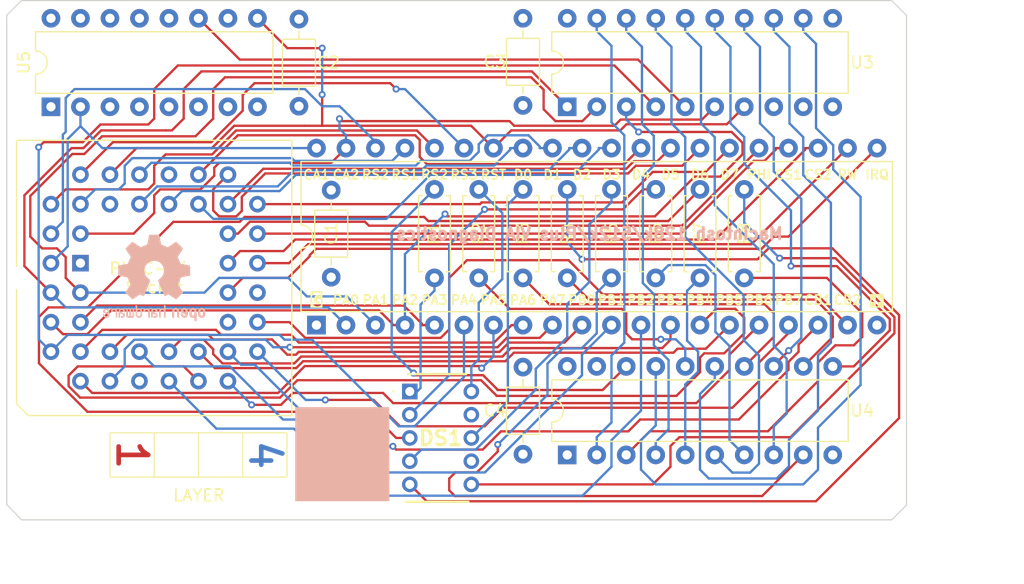
<source format=kicad_pcb>
(kicad_pcb (version 20240108) (generator "pcbnew") (generator_version "8.0")
  (title_block (title "VIA Plus") (date "2025-01-05") (rev "1.2") (company "lostwave") (comment 1 "https://github.com/demik/oldworld") (comment 2 "Macintosh 128k/512k/Plus VIA debug board"))
  (layers (0 "F.Cu" signal) (1 "In1.Cu" power) (2 "In2.Cu" power) (31 "B.Cu" signal) (36 "B.SilkS" user "B.Silkscreen") (37 "F.SilkS" user "F.Silkscreen") (38 "B.Mask" user) (39 "F.Mask" user) (44 "Edge.Cuts" user))
  (net 0 "")
  (net 1 "GND")
  (net 2 "/PA0")
  (net 3 "/PA1")
  (net 4 "/PA2")
  (net 5 "/PA3")
  (net 6 "/PA4")
  (net 7 "/PA5")
  (net 8 "/PA6")
  (net 9 "/PA7")
  (net 10 "/PB0")
  (net 11 "/PB1")
  (net 12 "/PB2")
  (net 13 "/PB3")
  (net 14 "/PB4")
  (net 15 "/PB5")
  (net 16 "/PB6")
  (net 17 "/PB7")
  (net 18 "/CB1")
  (net 19 "/CB2")
  (net 20 "VCC")
  (net 21 "/~{IRQ}")
  (net 22 "/RW")
  (net 23 "/~{CS2}")
  (net 24 "/CS1")
  (net 25 "/PHI2")
  (net 26 "/D7")
  (net 27 "/D6")
  (net 28 "/D5")
  (net 29 "/D4")
  (net 30 "/D3")
  (net 31 "/D2")
  (net 32 "/D1")
  (net 33 "/D0")
  (net 34 "/~{RESET}")
  (net 35 "/RS3")
  (net 36 "/RS2")
  (net 37 "/RS1")
  (net 38 "/RS0")
  (net 39 "/CA2")
  (net 40 "/CA1")
  (net 45 "/~{A}")
  (net 46 "/~{DP}")
  (net 47 "/~{D}")
  (net 48 "/~{C}")
  (net 49 "/~{E}")
  (net 50 "/~{G}")
  (net 51 "/~{F}")
  (net 52 "/~{B}")
  (net 53 "Net-(U4-O0a)")
  (net 54 "Net-(U4-O1a)")
  (net 55 "Net-(U4-O2a)")
  (net 56 "Net-(U4-O3a)")
  (net 57 "Net-(U4-O0b)")
  (net 58 "Net-(U4-O1b)")
  (net 59 "Net-(U4-O2b)")
  (net 60 "Net-(U4-O3b)")
  (net 61 "Net-(U3-IO5)")
  (net 62 "Net-(U3-IO1)")
  (net 63 "Net-(U3-IO4)")
  (net 64 "Net-(U3-IO8)")
  (net 65 "Net-(U3-IO7)")
  (net 66 "/VSYNC_Q16")
  (net 67 "Net-(U3-I03)")
  (net 68 "Net-(U3-IO2)")
  (net 69 "Net-(U3-IO6)")
  (footprint "Resistor_THT:R_Axial_DIN0207_L6.3mm_D2.5mm_P7.62mm_Horizontal" (layer "F.Cu") (at 116.84 81.28 90)
    (property "Reference" "R8")
    (property "Value" "470Ω")
  )
  (footprint "Package_DIP:DIP-20_W7.62mm" (layer "F.Cu") (at 101.6 96.52 90)
    (property "Reference" "U4")
    (property "Value" "74LS244")
  )
  (footprint "Capacitor_THT:C_Axial_L3.8mm_D2.6mm_P7.50mm_Horizontal" (layer "F.Cu") (at 81.28 81.22 90)
    (property "Reference" "C1")
    (property "Value" "100nF")
  )
  (footprint "Resistor_THT:R_Axial_DIN0207_L6.3mm_D2.5mm_P7.62mm_Horizontal" (layer "F.Cu") (at 105.41 81.28 90)
    (property "Reference" "R5")
    (property "Value" "470Ω")
  )
  (footprint "MountingHole:MountingHole_3.2mm_M3" (layer "F.Cu") (at 57.912 97.536)
    (property "Reference" "H1" (hide yes))
    (property "Value" "MountingHole")
  )
  (footprint "Resistor_THT:R_Axial_DIN0207_L6.3mm_D2.5mm_P7.62mm_Horizontal" (layer "F.Cu") (at 109.22 81.28 90)
    (property "Reference" "R6")
    (property "Value" "470Ω")
  )
  (footprint "Capacitor_THT:C_Axial_L3.8mm_D2.6mm_P7.50mm_Horizontal" (layer "F.Cu") (at 97.79 66.428 90)
    (property "Reference" "C3")
    (property "Value" "100nF")
  )
  (footprint "lib:LDS-A3502RD-SUG" (layer "F.Cu") (at 88.045 91.06 -90)
    (property "Reference" "DS1")
    (property "Value" "LDS-A3502RD-SUG" (hide yes))
  )
  (footprint "Capacitor_THT:C_Axial_L3.8mm_D2.6mm_P7.50mm_Horizontal" (layer "F.Cu") (at 78.5 66.5 90)
    (property "Reference" "C2")
    (property "Value" "100nF")
  )
  (footprint "Package_DIP:DIP-20_W7.62mm" (layer "F.Cu") (at 101.6 66.548 90)
    (property "Reference" "U3")
    (property "Value" "GAL16V8")
  )
  (footprint "Package_LCC:PLCC-44_THT-Socket" (layer "F.Cu") (at 59.69 80.01 90)
    (property "Reference" "U2" (hide yes))
    (property "Value" "WD65C22")
  )
  (footprint "Package_DIP:DIP-40_W15.24mm" (layer "F.Cu") (at 80.01 85.344 90)
    (property "Reference" "U1" (hide yes))
    (property "Value" "WD65C22")
  )
  (footprint "Resistor_THT:R_Axial_DIN0207_L6.3mm_D2.5mm_P7.62mm_Horizontal" (layer "F.Cu") (at 101.6 81.28 90)
    (property "Reference" "R4")
    (property "Value" "470Ω")
  )
  (footprint "Package_DIP:DIP-16_W7.62mm" (layer "F.Cu") (at 57.15 66.548 90)
    (property "Reference" "U5")
    (property "Value" "74LS161")
  )
  (footprint "Resistor_THT:R_Axial_DIN0207_L6.3mm_D2.5mm_P7.62mm_Horizontal" (layer "F.Cu") (at 90.17 73.66 -90)
    (property "Reference" "R1")
    (property "Value" "470Ω")
  )
  (footprint "Resistor_THT:R_Axial_DIN0207_L6.3mm_D2.5mm_P7.62mm_Horizontal" (layer "F.Cu") (at 113.03 81.28 90)
    (property "Reference" "R7")
    (property "Value" "470Ω")
  )
  (footprint "Resistor_THT:R_Axial_DIN0207_L6.3mm_D2.5mm_P7.62mm_Horizontal" (layer "F.Cu") (at 97.79 81.28 90)
    (property "Reference" "R3")
    (property "Value" "470Ω")
  )
  (footprint "Capacitor_THT:C_Axial_L3.8mm_D2.6mm_P7.50mm_Horizontal" (layer "F.Cu") (at 97.79 96.46 90)
    (property "Reference" "C4")
    (property "Value" "100nF")
  )
  (footprint "Resistor_THT:R_Axial_DIN0207_L6.3mm_D2.5mm_P7.62mm_Horizontal" (layer "F.Cu") (at 93.98 81.28 90)
    (property "Reference" "R2")
    (property "Value" "470Ω")
  )
  (footprint "Symbol:OSHW-Logo2_9.8x8mm_SilkScreen" (layer "B.Cu") (at 66.04 81.28 180)
    (property "Reference" "REF**" (hide yes))
    (property "Value" "OSHW-Logo2_9.8x8mm_SilkScreen" (hide yes))
  )
  (gr_rect (start 78.232 92.456) (end 86.232 100.456) (stroke (width 0.1)) (fill solid) (layer "B.SilkS"))
  (gr_rect (start 62.23 94.615) (end 77.47 98.425) (stroke (width 0.1)) (fill none) (layer "F.SilkS"))
  (gr_line (start 66.04 94.615) (end 66.04 98.425) (stroke (width 0.1)) (layer "F.SilkS"))
  (gr_line (start 73.66 98.425) (end 73.66 94.615) (stroke (width 0.1)) (layer "F.SilkS"))
  (gr_line (start 69.85 94.615) (end 69.85 98.425) (stroke (width 0.1)) (layer "F.SilkS"))
  (gr_line (start 66.04 98.425) (end 69.85 98.425) (stroke (width 0.1)) (layer "F.SilkS"))
  (gr_rect (start 79.375 94.615) (end 85.09 98.425) (stroke (width 0.1)) (fill solid) (layer "F.SilkS"))
  (gr_line (start 53.34 58.674) (end 53.34 100.788) (stroke (width 0.1)) (layer "Edge.Cuts"))
  (gr_line (start 54.61 57.404) (end 53.34 58.674) (stroke (width 0.1)) (layer "Edge.Cuts"))
  (gr_line (start 129.54 102.108) (end 130.81 100.838) (stroke (width 0.1)) (layer "Edge.Cuts"))
  (gr_line (start 130.81 58.674) (end 129.54 57.404) (stroke (width 0.1)) (layer "Edge.Cuts"))
  (gr_line (start 53.34 100.788) (end 54.61 102.108) (stroke (width 0.1)) (layer "Edge.Cuts"))
  (gr_line (start 129.54 57.404) (end 54.61 57.404) (stroke (width 0.1)) (layer "Edge.Cuts"))
  (gr_line (start 130.81 100.838) (end 130.81 58.674) (stroke (width 0.1)) (layer "Edge.Cuts"))
  (gr_line (start 54.61 102.108) (end 129.54 102.108) (stroke (width 0.1)) (layer "Edge.Cuts"))
  (gr_text "1" (at 64.135 96.52 -90) (layer "F.Cu") (effects (font (size 2.54 2.54) (thickness 0.4))))
  (gr_text "4" (at 75.565 96.52 270) (layer "B.Cu") (effects (font (size 2.54 2.54) (thickness 0.4))))
  (gr_text "Macintosh 128k/512k/Plus VIA Diagnostics" (at 103.505 77.47 0) (layer "B.SilkS") (effects (font (size 1 1) (thickness 0.25) (bold yes)) (justify mirror)))
  (gr_text "CB2" (at 125.73 83.185 0) (layer "F.SilkS") (effects (font (size 0.8 0.8) (thickness 0.153))))
  (gr_text "D3" (at 105.41 72.39 0) (layer "F.SilkS") (effects (font (size 0.8 0.8) (thickness 0.153))))
  (gr_text "PB4" (at 113.03 83.185 0) (layer "F.SilkS") (effects (font (size 0.8 0.8) (thickness 0.153))))
  (gr_text "PHI" (at 118.11 72.39 0) (layer "F.SilkS") (effects (font (size 0.8 0.8) (thickness 0.153))))
  (gr_text "PA5" (at 95.25 83.185 0) (layer "F.SilkS") (effects (font (size 0.8 0.8) (thickness 0.153))))
  (gr_text "PB7" (at 120.65 83.185 0) (layer "F.SilkS") (effects (font (size 0.8 0.8) (thickness 0.153))))
  (gr_text "RW" (at 125.73 72.39 0) (layer "F.SilkS") (effects (font (size 0.8 0.8) (thickness 0.153))))
  (gr_text "PA4" (at 92.71 83.185 0) (layer "F.SilkS") (effects (font (size 0.8 0.8) (thickness 0.153))))
  (gr_text "PLCC-44 \nSocket" (at 66.04 81.28 0) (layer "F.SilkS") (effects (font (size 1 1))))
  (gr_text "PA1" (at 85.09 83.185 0) (layer "F.SilkS") (effects (font (size 0.8 0.8) (thickness 0.153))))
  (gr_text "G" (at 80.01 83.185 0) (layer "F.SilkS" knockout) (effects (font (size 1 1) (thickness 0.2) (bold yes))))
  (gr_text "PA6" (at 97.79 83.185 0) (layer "F.SilkS") (effects (font (size 0.8 0.8) (thickness 0.153))))
  (gr_text "PA2" (at 87.63 83.185 0) (layer "F.SilkS") (effects (font (size 0.8 0.8) (thickness 0.153))))
  (gr_text "D1" (at 100.33 72.39 0) (layer "F.SilkS") (effects (font (size 0.8 0.8) (thickness 0.153))))
  (gr_text "PA7" (at 100.33 83.185 0) (layer "F.SilkS") (effects (font (size 0.8 0.8) (thickness 0.153))))
  (gr_text "CS1" (at 120.65 72.39 0) (layer "F.SilkS") (effects (font (size 0.8 0.8) (thickness 0.153))))
  (gr_text "PB2" (at 107.95 83.185 0) (layer "F.SilkS") (effects (font (size 0.8 0.8) (thickness 0.153))))
  (gr_text "CA2" (at 82.55 72.39 0) (layer "F.SilkS") (effects (font (size 0.8 0.8) (thickness 0.153))))
  (gr_text "PA0" (at 82.55 83.185 0) (layer "F.SilkS") (effects (font (size 0.8 0.8) (thickness 0.153))))
  (gr_text "PB6" (at 118.11 83.185 0) (layer "F.SilkS") (effects (font (size 0.8 0.8) (thickness 0.153))))
  (gr_text "RS3" (at 92.71 72.39 0) (layer "F.SilkS") (effects (font (size 0.8 0.8) (thickness 0.153))))
  (gr_text "IRQ" (at 128.27 72.39 0) (layer "F.SilkS") (effects (font (size 0.8 0.8) (thickness 0.153))))
  (gr_text "D7" (at 115.57 72.39 0) (layer "F.SilkS") (effects (font (size 0.8 0.8) (thickness 0.153))))
  (gr_text "PA3" (at 90.17 83.185 0) (layer "F.SilkS") (effects (font (size 0.8 0.8) (thickness 0.153))))
  (gr_text "D6" (at 113.03 72.39 0) (layer "F.SilkS") (effects (font (size 0.8 0.8) (thickness 0.153))))
  (gr_text "PB3" (at 110.49 83.185 0) (layer "F.SilkS") (effects (font (size 0.8 0.8) (thickness 0.153))))
  (gr_text "CS2" (at 123.19 72.39 0) (layer "F.SilkS") (effects (font (size 0.8 0.8) (thickness 0.153))))
  (gr_text "CB1" (at 123.19 83.185 0) (layer "F.SilkS") (effects (font (size 0.8 0.8) (thickness 0.153))))
  (gr_text "PB0" (at 102.87 83.185 0) (layer "F.SilkS") (effects (font (size 0.8 0.8) (thickness 0.153))))
  (gr_text "PB5" (at 115.57 83.185 0) (layer "F.SilkS") (effects (font (size 0.8 0.8) (thickness 0.153))))
  (gr_text "D2" (at 102.87 72.39 0) (layer "F.SilkS") (effects (font (size 0.8 0.8) (thickness 0.153))))
  (gr_text "CA1" (at 80.01 72.39 0) (layer "F.SilkS") (effects (font (size 0.8 0.8) (thickness 0.153))))
  (gr_text "+" (at 128.27 83.185 0) (layer "F.SilkS" knockout) (effects (font (size 1 1) (thickness 0.2) (bold yes))))
  (gr_text "RST" (at 95.25 72.39 0) (layer "F.SilkS") (effects (font (size 0.8 0.8) (thickness 0.153))))
  (gr_text "D4" (at 107.95 72.39 0) (layer "F.SilkS") (effects (font (size 0.8 0.8) (thickness 0.153))))
  (gr_text "RS2" (at 90.17 72.39 0) (layer "F.SilkS") (effects (font (size 0.8 0.8) (thickness 0.153))))
  (gr_text "RS1" (at 87.63 72.39 0) (layer "F.SilkS") (effects (font (size 0.8 0.8) (thickness 0.153))))
  (gr_text "RS2" (at 85.09 72.39 0) (layer "F.SilkS") (effects (font (size 0.8 0.8) (thickness 0.153))))
  (gr_text "LAYER" (at 67.564 100.584 0) (layer "F.SilkS") (effects (font (size 1 1)) (justify left bottom)))
  (gr_text "D0" (at 97.79 72.39 0) (layer "F.SilkS") (effects (font (size 0.8 0.8) (thickness 0.153))))
  (gr_text "D5" (at 110.49 72.39 0) (layer "F.SilkS") (effects (font (size 0.8 0.8) (thickness 0.153))))
  (gr_text "PB1" (at 105.41 83.185 0) (layer "F.SilkS") (effects (font (size 0.8 0.8) (thickness 0.153))))
  (segment (start 67.05415 68.58185) (end 67.056 68.58) (width 0.2) (layer "F.Cu") (net 2))
  (segment (start 54.864 80.264) (end 54.864 74.168) (width 0.2) (layer "F.Cu") (net 2))
  (segment (start 98.552 63.5) (end 101.6 66.548) (width 0.2) (layer "F.Cu") (net 2))
  (segment (start 68.58 67.564) (end 68.58 65.024) (width 0.2) (layer "F.Cu") (net 2))
  (segment (start 59.94585 70.10585) (end 61.46985 68.58185) (width 0.2) (layer "F.Cu") (net 2))
  (segment (start 70.104 63.5) (end 98.552 63.5) (width 0.2) (layer "F.Cu") (net 2))
  (segment (start 54.864 74.168) (end 58.92615 70.10585) (width 0.2) (layer "F.Cu") (net 2))
  (segment (start 67.056 68.58) (end 67.564 68.58) (width 0.2) (layer "F.Cu") (net 2))
  (segment (start 57.15 82.55) (end 54.864 80.264) (width 0.2) (layer "F.Cu") (net 2))
  (segment (start 67.564 68.58) (end 68.58 67.564) (width 0.2) (layer "F.Cu") (net 2))
  (segment (start 61.46985 68.58185) (end 67.05415 68.58185) (width 0.2) (layer "F.Cu") (net 2))
  (segment (start 68.58 65.024) (end 70.104 63.5) (width 0.2) (layer "F.Cu") (net 2))
  (segment (start 58.92615 70.10585) (end 59.94585 70.10585) (width 0.2) (layer "F.Cu") (net 2))
  (segment (start 58.42 83.82) (end 57.15 82.55) (width 0.2) (layer "B.Cu") (net 2))
  (segment (start 82.55 85.344) (end 81.026 83.82) (width 0.2) (layer "B.Cu") (net 2))
  (segment (start 81.026 83.82) (end 58.42 83.82) (width 0.2) (layer "B.Cu") (net 2))
  (segment (start 99.568 66.764) (end 99.568 65.081686) (width 0.2) (layer "F.Cu") (net 3))
  (segment (start 71.12 67.564) (end 69.596 69.088) (width 0.2) (layer "F.Cu") (net 3))
  (segment (start 58.42 79.4989) (end 58.42 81.28) (width 0.2) (layer "F.Cu") (net 3))
  (segment (start 98.494314 64.008) (end 72.136 64.008) (width 0.2) (layer "F.Cu") (net 3))
  (segment (start 55.372 77.724) (end 56.388 78.74) (width 0.2) (layer "F.Cu") (net 3))
  (segment (start 102.908 67.78) (end 100.584 67.78) (width 0.2) (layer "F.Cu") (net 3))
  (segment (start 71.12 65.024) (end 71.12 67.564) (width 0.2) (layer "F.Cu") (net 3))
  (segment (start 69.596 69.088) (end 61.5468 69.088) (width 0.2) (layer "F.Cu") (net 3))
  (segment (start 100.584 67.78) (end 99.568 66.764) (width 0.2) (layer "F.Cu") (net 3))
  (segment (start 99.568 65.081686) (end 98.494314 64.008) (width 0.2) (layer "F.Cu") (net 3))
  (segment (start 104.14 66.548) (end 102.908 67.78) (width 0.2) (layer "F.Cu") (net 3))
  (segment (start 58.42 81.28) (end 59.69 82.55) (width 0.2) (layer "F.Cu") (net 3))
  (segment (start 61.5468 69.088) (end 60.0228 70.612) (width 0.2) (layer "F.Cu") (net 3))
  (segment (start 56.388 78.74) (end 57.6611 78.74) (width 0.2) (layer "F.Cu") (net 3))
  (segment (start 60.0228 70.612) (end 58.985686 70.612) (width 0.2) (layer "F.Cu") (net 3))
  (segment (start 57.6611 78.74) (end 58.42 79.4989) (width 0.2) (layer "F.Cu") (net 3))
  (segment (start 72.136 64.008) (end 71.12 65.024) (width 0.2) (layer "F.Cu") (net 3))
  (segment (start 58.985686 70.612) (end 55.372 74.225686) (width 0.2) (layer "F.Cu") (net 3))
  (segment (start 55.372 74.225686) (end 55.372 77.724) (width 0.2) (layer "F.Cu") (net 3))
  (segment (start 79.17735 82.87465) (end 82.62065 82.87465) (width 0.2) (layer "B.Cu") (net 3))
  (segment (start 70.358 82.55) (end 71.628 81.28) (width 0.2) (layer "B.Cu") (net 3))
  (segment (start 82.62065 82.87465) (end 85.09 85.344) (width 0.2) (layer "B.Cu") (net 3))
  (segment (start 59.69 82.55) (end 70.358 82.55) (width 0.2) (layer "B.Cu") (net 3))
  (segment (start 71.628 81.28) (end 77.5827 81.28) (width 0.2) (layer "B.Cu") (net 3))
  (segment (start 77.5827 81.28) (end 79.17735 82.87465) (width 0.2) (layer "B.Cu") (net 3))
  (segment (start 85.3991 84.0771) (end 62.3253 84.0771) (width 0.2) (layer "F.Cu") (net 4))
  (segment (start 91.2812 75.9826) (end 91.0811 75.7825) (width 0.2) (layer "F.Cu") (net 4))
  (segment (start 60.2805 86.1219) (end 58.1819 86.1219) (width 0.2) (layer "F.Cu") (net 4))
  (segment (start 62.3253 84.0771) (end 60.2805 86.1219) (width 0.2) (layer "F.Cu") (net 4))
  (segment (start 58.1819 86.1219) (end 57.15 85.09) (width 0.2) (layer "F.Cu") (net 4))
  (segment (start 109.1493 75.9826) (end 91.2812 75.9826) (width 0.2) (layer "F.Cu") (net 4))
  (segment (start 86.5283 85.344) (end 86.5283 85.2063) (width 0.2) (layer "F.Cu") (net 4))
  (segment (start 115.7565 68.7149) (end 116.6914 69.6498) (width 0.2) (layer "F.Cu") (net 4))
  (segment (start 114.777 72.5583) (end 112.5736 72.5583) (width 0.2) (layer "F.Cu") (net 4))
  (segment (start 116.6914 70.6439) (end 114.777 72.5583) (width 0.2) (layer "F.Cu") (net 4))
  (segment (start 112.5736 72.5583) (end 109.1493 75.9826) (width 0.2) (layer "F.Cu") (net 4))
  (segment (start 87.63 85.344) (end 86.5283 85.344) (width 0.2) (layer "F.Cu") (net 4))
  (segment (start 86.5283 85.2063) (end 85.3991 84.0771) (width 0.2) (layer "F.Cu") (net 4))
  (segment (start 116.6914 69.6498) (end 116.6914 70.6439) (width 0.2) (layer "F.Cu") (net 4))
  (segment (start 107.7441 68.7149) (end 115.7565 68.7149) (width 0.2) (layer "F.Cu") (net 4))
  (via (at 91.0811 75.7825) (size 0.6) (drill 0.3) (layers "F.Cu" "B.Cu") (net 4))
  (via (at 107.7441 68.7149) (size 0.6) (drill 0.3) (layers "F.Cu" "B.Cu") (net 4))
  (segment (start 87.63 79.2336) (end 91.0811 75.7825) (width 0.2) (layer "B.Cu") (net 4))
  (segment (start 87.63 85.344) (end 87.63 79.2336) (width 0.2) (layer "B.Cu") (net 4))
  (segment (start 107.7441 68.7149) (end 106.68 67.6508) (width 0.2) (layer "B.Cu") (net 4))
  (segment (start 106.68 67.6508) (end 106.68 66.548) (width 0.2) (layer "B.Cu") (net 4))
  (segment (start 59.69 85.09) (end 61.1172 83.6628) (width 0.2) (layer "F.Cu") (net 5))
  (segment (start 61.1172 83.6628) (end 87.5248 83.6628) (width 0.2) (layer "F.Cu") (net 5))
  (segment (start 87.5248 83.6628) (end 89.0683 85.2063) (width 0.2) (layer "F.Cu") (net 5))
  (segment (start 90.17 85.344) (end 89.0683 85.344) (width 0.2) (layer "F.Cu") (net 5))
  (segment (start 89.0683 85.2063) (end 89.0683 85.344) (width 0.2) (layer "F.Cu") (net 5))
  (segment (start 65.532 68.072) (end 61.414015 68.072) (width 0.2) (layer "F.Cu") (net 6))
  (segment (start 66.04 65.024) (end 66.04 67.564) (width 0.2) (layer "F.Cu") (net 6))
  (segment (start 66.04 67.564) (end 65.532 68.072) (width 0.2) (layer "F.Cu") (net 6))
  (segment (start 109.22 66.548) (end 105.664 62.992) (width 0.2) (layer "F.Cu") (net 6))
  (segment (start 105.664 62.992) (end 68.072 62.992) (width 0.2) (layer "F.Cu") (net 6))
  (segment (start 61.414015 68.072) (end 59.890015 69.596) (width 0.2) (layer "F.Cu") (net 6))
  (segment (start 56.5226 69.596) (end 56.0917 70.0269) (width 0.2) (layer "F.Cu") (net 6))
  (segment (start 59.890015 69.596) (end 56.5226 69.596) (width 0.2) (layer "F.Cu") (net 6))
  (segment (start 68.072 62.992) (end 66.04 65.024) (width 0.2) (layer "F.Cu") (net 6))
  (via (at 56.0917 70.0269) (size 0.6) (drill 0.3) (layers "F.Cu" "B.Cu") (net 6))
  (segment (start 76.8479 86.1879) (end 58.5921 86.1879) (width 0.2) (layer "B.Cu") (net 6))
  (segment (start 56.0917 86.5717) (end 57.15 87.63) (width 0.2) (layer "B.Cu") (net 6))
  (segment (start 77.2618 86.6018) (end 76.8479 86.1879) (width 0.2) (layer "B.Cu") (net 6))
  (segment (start 87.0934 94.06) (end 79.6352 86.6018) (width 0.2) (layer "B.Cu") (net 6))
  (segment (start 56.0917 70.0269) (end 56.0917 86.5717) (width 0.2) (layer "B.Cu") (net 6))
  (segment (start 79.6352 86.6018) (end 77.2618 86.6018) (width 0.2) (layer "B.Cu") (net 6))
  (segment (start 92.71 89.8097) (end 88.4597 94.06) (width 0.2) (layer "B.Cu") (net 6))
  (segment (start 92.71 85.344) (end 92.71 89.8097) (width 0.2) (layer "B.Cu") (net 6))
  (segment (start 58.5921 86.1879) (end 57.15 87.63) (width 0.2) (layer "B.Cu") (net 6))
  (segment (start 88.4597 94.06) (end 87.0934 94.06) (width 0.2) (layer "B.Cu") (net 6))
  (segment (start 78.216272 89.677028) (end 76.708 91.1853) (width 0.2) (layer "F.Cu") (net 7))
  (segment (start 94.0505 88.8729) (end 79.005372 88.8729) (width 0.2) (layer "F.Cu") (net 7))
  (segment (start 76.708 91.1853) (end 60.7053 91.1853) (width 0.2) (layer "F.Cu") (net 7))
  (segment (start 94.2343 89.0567) (end 94.0505 88.8729) (width 0.2) (layer "F.Cu") (net 7))
  (segment (start 78.216272 89.662) (end 78.216272 89.677028) (width 0.2) (layer "F.Cu") (net 7))
  (segment (start 60.7053 91.1853) (end 59.69 90.17) (width 0.2) (layer "F.Cu") (net 7))
  (segment (start 79.005372 88.8729) (end 78.216272 89.662) (width 0.2) (layer "F.Cu") (net 7))
  (via (at 94.2343 89.0567) (size 0.6) (drill 0.3) (layers "F.Cu" "B.Cu") (net 7))
  (segment (start 95.25 85.344) (end 95.25 88.041) (width 0.2) (layer "B.Cu") (net 7))
  (segment (start 95.25 88.041) (end 94.2343 89.0567) (width 0.2) (layer "B.Cu") (net 7))
  (segment (start 61.565 85.755) (end 59.69 87.63) (width 0.2) (layer "F.Cu") (net 8))
  (segment (start 77.8179 86.1774) (end 71.782 86.1774) (width 0.2) (layer "F.Cu") (net 8))
  (segment (start 95.3043 86.8482) (end 78.4887 86.8482) (width 0.2) (layer "F.Cu") (net 8))
  (segment (start 71.3596 85.755) (end 61.565 85.755) (width 0.2) (layer "F.Cu") (net 8))
  (segment (start 78.4887 86.8482) (end 77.8179 86.1774) (width 0.2) (layer "F.Cu") (net 8))
  (segment (start 71.782 86.1774) (end 71.3596 85.755) (width 0.2) (layer "F.Cu") (net 8))
  (segment (start 96.8085 85.344) (end 95.3043 86.8482) (width 0.2) (layer "F.Cu") (net 8))
  (segment (start 97.79 85.344) (end 96.8085 85.344) (width 0.2) (layer "F.Cu") (net 8))
  (segment (start 95.5968 87.2499) (end 96.4009 86.4458) (width 0.2) (layer "F.Cu") (net 9))
  (segment (start 77.7182 87.2499) (end 95.5968 87.2499) (width 0.2) (layer "F.Cu") (net 9))
  (segment (start 96.4009 86.4458) (end 99.2282 86.4458) (width 0.2) (layer "F.Cu") (net 9))
  (segment (start 99.2282 86.4458) (end 100.33 85.344) (width 0.2) (layer "F.Cu") (net 9))
  (via (at 77.7182 87.2499) (size 0.6) (drill 0.3) (layers "F.Cu" "B.Cu") (net 9))
  (segment (start 62.23 90.17) (end 63.5001 88.8999) (width 0.2) (layer "B.Cu") (net 9))
  (segment (start 63.5001 87.4258) (end 64.3243 86.6016) (width 0.2) (layer "B.Cu") (net 9))
  (segment (start 63.5001 88.8999) (end 63.5001 87.4258) (width 0.2) (layer "B.Cu") (net 9))
  (segment (start 76.2889 87.2499) (end 77.7182 87.2499) (width 0.2) (layer "B.Cu") (net 9))
  (segment (start 75.6406 86.6016) (end 76.2889 87.2499) (width 0.2) (layer "B.Cu") (net 9))
  (segment (start 64.3243 86.6016) (end 75.6406 86.6016) (width 0.2) (layer "B.Cu") (net 9))
  (segment (start 102.87 85.344) (end 101.3665 86.8475) (width 0.2) (layer "F.Cu") (net 10))
  (segment (start 70.7011 86.1727) (end 63.6873 86.1727) (width 0.2) (layer "F.Cu") (net 10))
  (segment (start 78.2435 87.8932) (end 77.4991 87.8932) (width 0.2) (layer "F.Cu") (net 10))
  (segment (start 78.4851 87.6516) (end 78.2435 87.8932) (width 0.2) (layer "F.Cu") (net 10))
  (segment (start 101.3665 86.8475) (end 96.5693 86.8475) (width 0.2) (layer "F.Cu") (net 10))
  (segment (start 77.4991 87.8932) (end 76.185 86.5791) (width 0.2) (layer "F.Cu") (net 10))
  (segment (start 96.5693 86.8475) (end 95.7652 87.6516) (width 0.2) (layer "F.Cu") (net 10))
  (segment (start 95.7652 87.6516) (end 78.4851 87.6516) (width 0.2) (layer "F.Cu") (net 10))
  (segment (start 63.6873 86.1727) (end 62.23 87.63) (width 0.2) (layer "F.Cu") (net 10))
  (segment (start 76.185 86.5791) (end 71.1075 86.5791) (width 0.2) (layer "F.Cu") (net 10))
  (segment (start 71.1075 86.5791) (end 70.7011 86.1727) (width 0.2) (layer "F.Cu") (net 10))
  (segment (start 94.5007 98.0313) (end 83.1239 98.0313) (width 0.2) (layer "B.Cu") (net 11))
  (segment (start 77.1269 93.4744) (end 72.5525 88.9) (width 0.2) (layer "B.Cu") (net 11))
  (segment (start 72.5525 88.9) (end 66.04 88.9) (width 0.2) (layer "B.Cu") (net 11))
  (segment (start 83.1239 98.0313) (end 78.567 93.4744) (width 0.2) (layer "B.Cu") (net 11))
  (segment (start 102.87 87.884) (end 102.87 89.662) (width 0.2) (layer "B.Cu") (net 11))
  (segment (start 105.41 85.344) (end 102.87 87.884) (width 0.2) (layer "B.Cu") (net 11))
  (segment (start 66.04 88.9) (end 64.77 87.63) (width 0.2) (layer "B.Cu") (net 11))
  (segment (start 102.87 89.662) (end 94.5007 98.0313) (width 0.2) (layer "B.Cu") (net 11))
  (segment (start 78.567 93.4744) (end 77.1269 93.4744) (width 0.2) (layer "B.Cu") (net 11))
  (segment (start 78.0645 94.2595) (end 71.3995 94.2595) (width 0.2) (layer "B.Cu") (net 12))
  (segment (start 102.9149 100.0311) (end 83.8361 100.0311) (width 0.2) (layer "B.Cu") (net 12))
  (segment (start 71.3995 94.2595) (end 67.31 90.17) (width 0.2) (layer "B.Cu") (net 12))
  (segment (start 105.41 95.25) (end 105.41 97.536) (width 0.2) (layer "B.Cu") (net 12))
  (segment (start 105.41 97.536) (end 102.9149 100.0311) (width 0.2) (layer "B.Cu") (net 12))
  (segment (start 83.8361 100.0311) (end 78.0645 94.2595) (width 0.2) (layer "B.Cu") (net 12))
  (segment (start 107.95 92.71) (end 105.41 95.25) (width 0.2) (layer "B.Cu") (net 12))
  (segment (start 107.95 85.344) (end 107.95 92.71) (width 0.2) (layer "B.Cu") (net 12))
  (segment (start 96.7496 87.321) (end 96.0173 88.0533) (width 0.2) (layer "F.Cu") (net 13))
  (segment (start 78.6936 88.0533) (end 78.1039 88.643) (width 0.2) (layer "F.Cu") (net 13))
  (segment (start 71.12 87.8429) (end 71.12 87.4235) (width 0.2) (layer "F.Cu") (net 13))
  (segment (start 109.7848 87.321) (end 96.7496 87.321) (width 0.2) (layer "F.Cu") (net 13))
  (segment (start 78.1039 88.643) (end 71.9201 88.643) (width 0.2) (layer "F.Cu") (net 13))
  (segment (start 96.0173 88.0533) (end 78.6936 88.0533) (width 0.2) (layer "F.Cu") (net 13))
  (segment (start 71.9201 88.643) (end 71.12 87.8429) (width 0.2) (layer "F.Cu") (net 13))
  (segment (start 110.49 85.344) (end 110.49 86.6158) (width 0.2) (layer "F.Cu") (net 13))
  (segment (start 70.293 86.5965) (end 68.3435 86.5965) (width 0.2) (layer "F.Cu") (net 13))
  (segment (start 68.3435 86.5965) (end 67.31 87.63) (width 0.2) (layer "F.Cu") (net 13))
  (segment (start 71.12 87.4235) (end 70.293 86.5965) (width 0.2) (layer "F.Cu") (net 13))
  (segment (start 110.49 86.6158) (end 109.7848 87.321) (width 0.2) (layer "F.Cu") (net 13))
  (segment (start 114.4258 83.9482) (end 116.078 83.9482) (width 0.2) (layer "F.Cu") (net 14))
  (segment (start 94.1857 90.0898) (end 78.369186 90.0898) (width 0.2) (layer "F.Cu") (net 14))
  (segment (start 110.998 91.44) (end 95.5359 91.44) (width 0.2) (layer "F.Cu") (net 14))
  (segment (start 115.112314 87.776) (end 113.392 87.776) (width 0.2) (layer "F.Cu") (net 14))
  (segment (start 113.03 85.344) (end 114.4258 83.9482) (width 0.2) (layer "F.Cu") (net 14))
  (segment (start 116.078 83.9482) (end 116.84 84.7102) (width 0.2) (layer "F.Cu") (net 14))
  (segment (start 116.84 86.048314) (end 115.112314 87.776) (width 0.2) (layer "F.Cu") (net 14))
  (segment (start 78.369186 90.0898) (end 76.871986 91.587) (width 0.2) (layer "F.Cu") (net 14))
  (segment (start 116.84 84.7102) (end 116.84 86.048314) (width 0.2) (layer "F.Cu") (net 14))
  (segment (start 59.6585 91.587) (end 58.6717 90.6002) (width 0.2) (layer "F.Cu") (net 14))
  (segment (start 95.5359 91.44) (end 94.1857 90.0898) (width 0.2) (layer "F.Cu") (net 14))
  (segment (start 113.03 88.138) (end 113.03 89.408) (width 0.2) (layer "F.Cu") (net 14))
  (segment (start 58.6717 89.6837) (end 59.4554 88.9) (width 0.2) (layer "F.Cu") (net 14))
  (segment (start 58.6717 90.6002) (end 58.6717 89.6837) (width 0.2) (layer "F.Cu") (net 14))
  (segment (start 113.03 89.408) (end 110.998 91.44) (width 0.2) (layer "F.Cu") (net 14))
  (segment (start 76.871986 91.587) (end 59.6585 91.587) (width 0.2) (layer "F.Cu") (net 14))
  (segment (start 113.392 87.776) (end 113.03 88.138) (width 0.2) (layer "F.Cu") (net 14))
  (segment (start 68.58 88.9) (end 69.85 90.17) (width 0.2) (layer "F.Cu") (net 14))
  (segment (start 59.4554 88.9) (end 68.58 88.9) (width 0.2) (layer "F.Cu") (net 14))
  (segment (start 111.089 87.376) (end 110.744 87.721) (width 0.2) (layer "F.Cu") (net 15))
  (segment (start 97.0055 87.721) (end 96.2715 88.455) (width 0.2) (layer "F.Cu") (net 15))
  (segment (start 110.744 87.721) (end 97.0055 87.721) (width 0.2) (layer "F.Cu") (net 15))
  (segment (start 78.266286 89.0463) (end 71.2663 89.0463) (width 0.2) (layer "F.Cu") (net 15))
  (segment (start 78.857586 88.455) (end 78.266286 89.0463) (width 0.2) (layer "F.Cu") (net 15))
  (segment (start 113.538 87.376) (end 111.089 87.376) (width 0.2) (layer "F.Cu") (net 15))
  (segment (start 96.2715 88.455) (end 78.857586 88.455) (width 0.2) (layer "F.Cu") (net 15))
  (segment (start 115.57 85.344) (end 113.538 87.376) (width 0.2) (layer "F.Cu") (net 15))
  (segment (start 71.2663 89.0463) (end 69.85 87.63) (width 0.2) (layer "F.Cu") (net 15))
  (segment (start 86.614 92.0599) (end 112.7167 92.0599) (width 0.2) (layer "F.Cu") (net 16))
  (segment (start 74.4288 92.2088) (end 76.9552 92.2088) (width 0.2) (layer "F.Cu") (net 16))
  (segment (start 115.57 89.2066) (end 115.57 87.884) (width 0.2) (layer "F.Cu") (net 16))
  (segment (start 76.9552 92.2088) (end 77.978 91.186) (width 0.2) (layer "F.Cu") (net 16))
  (segment (start 77.978 91.186) (end 85.7401 91.186) (width 0.2) (layer "F.Cu") (net 16))
  (segment (start 112.7167 92.0599) (end 115.57 89.2066) (width 0.2) (layer "F.Cu") (net 16))
  (segment (start 115.57 87.884) (end 118.11 85.344) (width 0.2) (layer "F.Cu") (net 16))
  (segment (start 85.7401 91.186) (end 86.614 92.0599) (width 0.2) (layer "F.Cu") (net 16))
  (via (at 74.4288 92.2088) (size 0.6) (drill 0.3) (layers "F.Cu" "B.Cu") (net 16))
  (segment (start 72.39 90.17) (end 74.4288 92.2088) (width 0.2) (layer "B.Cu") (net 16))
  (segment (start 87.1978 94.0558) (end 84.928 91.786) (width 0.2) (layer "F.Cu") (net 17))
  (segment (start 87.1978 94.0558) (end 94.488 94.0558) (width 0.2) (layer "F.Cu") (net 17))
  (segment (start 115.8201 92.4599) (end 118.11 90.17) (width 0.2) (layer "F.Cu") (net 17))
  (segment (start 94.488 94.0558) (end 96.0839 92.4599) (width 0.2) (layer "F.Cu") (net 17))
  (segment (start 84.928 91.786) (end 80.772 91.786) (width 0.2) (layer "F.Cu") (net 17))
  (segment (start 96.0839 92.4599) (end 115.8201 92.4599) (width 0.2) (layer "F.Cu") (net 17))
  (segment (start 118.11 90.17) (end 118.11 88.5726) (width 0.2) (layer "F.Cu") (net 17))
  (segment (start 118.11 88.5726) (end 120.65 86.0326) (width 0.2) (layer "F.Cu") (net 17))
  (via (at 80.772 91.786) (size 0.6) (drill 0.3) (layers "F.Cu" "B.Cu") (net 17))
  (segment (start 74.93 87.63) (end 79.086 91.786) (width 0.2) (layer "B.Cu") (net 17))
  (segment (start 80.772 91.786) (end 79.086 91.786) (width 0.2) (layer "B.Cu") (net 17))
  (segment (start 123.19 85.344) (end 121.5183 87.0157) (width 0.2) (layer "F.Cu") (net 18))
  (segment (start 120.65 89.1925) (end 116.3705 93.472) (width 0.2) (layer "F.Cu") (net 18))
  (segment (start 107.8808 93.472) (end 106.8611 94.4917) (width 0.2) (layer "F.Cu") (net 18))
  (segment (start 121.5183 87.0157) (end 121.5183 87.6413) (width 0.2) (layer "F.Cu") (net 18))
  (segment (start 95.8904 94.4917) (end 94.3221 96.06) (width 0.2) (layer "F.Cu") (net 18))
  (segment (start 116.3705 93.472) (end 107.8808 93.472) (width 0.2) (layer "F.Cu") (net 18))
  (segment (start 121.5183 87.6413) (end 120.65 88.5096) (width 0.2) (layer "F.Cu") (net 18))
  (segment (start 86.868 96.06) (end 86.59 95.782) (width 0.2) (layer "F.Cu") (net 18))
  (segment (start 120.65 88.5096) (end 120.65 89.1925) (width 0.2) (layer "F.Cu") (net 18))
  (segment (start 106.8611 94.4917) (end 95.8904 94.4917) (width 0.2) (layer "F.Cu") (net 18))
  (segment (start 94.3221 96.06) (end 86.868 96.06) (width 0.2) (layer "F.Cu") (net 18))
  (via (at 86.59 95.782) (size 0.6) (drill 0.3) (layers "F.Cu" "B.Cu") (net 18))
  (segment (start 74.7003 88.7569) (end 73.5169 88.7569) (width 0.2) (layer "B.Cu") (net 18))
  (segment (start 81.7254 95.782) (end 74.7003 88.7569) (width 0.2) (layer "B.Cu") (net 18))
  (segment (start 86.59 95.782) (end 81.7254 95.782) (width 0.2) (layer "B.Cu") (net 18))
  (segment (start 73.5169 88.7569) (end 72.39 87.63) (width 0.2) (layer "B.Cu") (net 18))
  (segment (start 92.964 79.756) (end 91.44 81.28) (width 0.2) (layer "F.Cu") (net 19))
  (segment (start 91.44 81.28) (end 91.44 85.7116) (width 0.2) (layer "F.Cu") (net 19))
  (segment (start 77.6863 85.09) (end 74.93 85.09) (width 0.2) (layer "F.Cu") (net 19))
  (segment (start 104.6632 82.7078) (end 101.7114 79.756) (width 0.2) (layer "F.Cu") (net 19))
  (segment (start 123.0938 82.7078) (end 104.6632 82.7078) (width 0.2) (layer "F.Cu") (net 19))
  (segment (start 101.7114 79.756) (end 92.964 79.756) (width 0.2) (layer "F.Cu") (net 19))
  (segment (start 79.042 86.4457) (end 77.6863 85.09) (width 0.2) (layer "F.Cu") (net 19))
  (segment (start 125.73 85.344) (end 123.0938 82.7078) (width 0.2) (layer "F.Cu") (net 19))
  (segment (start 90.7059 86.4457) (end 79.042 86.4457) (width 0.2) (layer "F.Cu") (net 19))
  (segment (start 91.44 85.7116) (end 90.7059 86.4457) (width 0.2) (layer "F.Cu") (net 19))
  (segment (start 119.38 77.724) (end 120.65 77.724) (width 0.2) (layer "F.Cu") (net 21))
  (segment (start 118.326 78.778) (end 119.38 77.724) (width 0.2) (layer "F.Cu") (net 21))
  (segment (start 79.4238 79.4238) (end 79.4238 79.3262) (width 0.2) (layer "F.Cu") (net 21))
  (segment (start 120.65 77.724) (end 128.27 70.104) (width 0.2) (layer "F.Cu") (net 21))
  (segment (start 77.5676 81.28) (end 79.4238 79.4238) (width 0.2) (layer "F.Cu") (net 21))
  (segment (start 73.66 81.28) (end 77.5676 81.28) (width 0.2) (layer "F.Cu") (net 21))
  (segment (start 72.39 82.55) (end 73.66 81.28) (width 0.2) (layer "F.Cu") (net 21))
  (segment (start 79.972 78.778) (end 118.326 78.778) (width 0.2) (layer "F.Cu") (net 21))
  (segment (start 79.4238 79.3262) (end 79.972 78.778) (width 0.2) (layer "F.Cu") (net 21))
  (segment (start 117.456 78.378) (end 79.281 78.378) (width 0.2) (layer "F.Cu") (net 22))
  (segment (start 77.649 80.01) (end 74.93 80.01) (width 0.2) (layer "F.Cu") (net 22))
  (segment (start 79.281 78.378) (end 77.649 80.01) (width 0.2) (layer "F.Cu") (net 22))
  (segment (start 125.73 70.104) (end 117.456 78.378) (width 0.2) (layer "F.Cu") (net 22))
  (segment (start 78.1718 77.978) (end 77.18 78.9698) (width 0.2) (layer "F.Cu") (net 23))
  (segment (start 122.0883 70.104) (end 122.0883 70.2417) (width 0.2) (layer "F.Cu") (net 23))
  (segment (start 114.352 77.978) (end 78.1718 77.978) (width 0.2) (layer "F.Cu") (net 23))
  (segment (start 122.0883 70.2417) (end 114.352 77.978) (width 0.2) (layer "F.Cu") (net 23))
  (segment (start 77.18 78.9698) (end 73.4302 78.9698) (width 0.2) (layer "F.Cu") (net 23))
  (segment (start 73.4302 78.9698) (end 72.39 80.01) (width 0.2) (layer "F.Cu") (net 23))
  (segment (start 123.19 70.104) (end 122.0883 70.104) (width 0.2) (layer "F.Cu") (net 23))
  (segment (start 119.5483 70.2418) (end 118.5844 71.2057) (width 0.2) (layer "F.Cu") (net 24))
  (segment (start 119.5483 70.104) (end 119.5483 70.2418) (width 0.2) (layer "F.Cu") (net 24))
  (segment (start 117.6516 71.2057) (end 111.3873 77.47) (width 0.2) (layer "F.Cu") (net 24))
  (segment (start 120.65 70.104) (end 119.5483 70.104) (width 0.2) (layer "F.Cu") (net 24))
  (segment (start 118.5844 71.2057) (end 117.6516 71.2057) (width 0.2) (layer "F.Cu") (net 24))
  (segment (start 111.3873 77.47) (end 74.93 77.47) (width 0.2) (layer "F.Cu") (net 24))
  (segment (start 84.1882 76.4466) (end 74.2725 76.4466) (width 0.2) (layer "F.Cu") (net 25))
  (segment (start 84.5277 76.7861) (end 84.1882 76.4466) (width 0.2) (layer "F.Cu") (net 25))
  (segment (start 118.11 70.1609) (end 111.4848 76.7861) (width 0.2) (layer "F.Cu") (net 25))
  (segment (start 74.2725 76.4466) (end 73.2491 77.47) (width 0.2) (layer "F.Cu") (net 25))
  (segment (start 73.2491 77.47) (end 72.39 77.47) (width 0.2) (layer "F.Cu") (net 25))
  (segment (start 111.4848 76.7861) (end 84.5277 76.7861) (width 0.2) (layer "F.Cu") (net 25))
  (segment (start 106.3403 74.7791) (end 94.2355 74.7791) (width 0.2) (layer "F.Cu") (net 26))
  (segment (start 94.2355 74.7791) (end 94.0846 74.93) (width 0.2) (layer "F.Cu") (net 26))
  (segment (start 108.9628 72.1566) (end 106.3403 74.7791) (width 0.2) (layer "F.Cu") (net 26))
  (segment (start 115.57 70.104) (end 113.5174 72.1566) (width 0.2) (layer "F.Cu") (net 26))
  (segment (start 94.0846 74.93) (end 74.93 74.93) (width 0.2) (layer "F.Cu") (net 26))
  (segment (start 113.5174 72.1566) (end 108.9628 72.1566) (width 0.2) (layer "F.Cu") (net 26))
  (segment (start 73.5822 74.303486) (end 75.597986 72.2877) (width 0.2) (layer "F.Cu") (net 27))
  (segment (start 106.8451 72.2877) (end 107.5057 71.6271) (width 0.2) (layer "F.Cu") (net 27))
  (segment (start 73.115 75.983) (end 73.5822 75.5158) (width 0.2) (layer "F.Cu") (net 27))
  (segment (start 73.5822 75.5158) (end 73.5822 74.303486) (width 0.2) (layer "F.Cu") (net 27))
  (segment (start 71.12 73.66) (end 71.12 75.475) (width 0.2) (layer "F.Cu") (net 27))
  (segment (start 107.5057 71.6271) (end 111.5069 71.6271) (width 0.2) (layer "F.Cu") (net 27))
  (segment (start 71.12 75.475) (end 71.628 75.983) (width 0.2) (layer "F.Cu") (net 27))
  (segment (start 72.39 72.39) (end 71.12 73.66) (width 0.2) (layer "F.Cu") (net 27))
  (segment (start 111.5069 71.6271) (end 113.03 70.104) (width 0.2) (layer "F.Cu") (net 27))
  (segment (start 75.597986 72.2877) (end 106.8451 72.2877) (width 0.2) (layer "F.Cu") (net 27))
  (segment (start 71.628 75.983) (end 73.115 75.983) (width 0.2) (layer "F.Cu") (net 27))
  (segment (start 109.3669 71.2271) (end 107.3376 71.2271) (width 0.2) (layer "F.Cu") (net 28))
  (segment (start 106.6787 71.886) (end 75.434 71.886) (width 0.2) (layer "F.Cu") (net 28))
  (segment (start 107.3376 71.2271) (end 106.6787 71.886) (width 0.2) (layer "F.Cu") (net 28))
  (segment (start 75.434 71.886) (end 72.39 74.93) (width 0.2) (layer "F.Cu") (net 28))
  (segment (start 110.49 70.104) (end 109.3669 71.2271) (width 0.2) (layer "F.Cu") (net 28))
  (segment (start 107.171915 70.8271) (end 107.895015 70.104) (width 0.2) (layer "F.Cu") (net 29))
  (segment (start 73.2397 69.0003) (end 88.500614 69.0003) (width 0.2) (layer "F.Cu") (net 29))
  (segment (start 89.52 71.486) (end 106.513014 71.486) (width 0.2) (layer "F.Cu") (net 29))
  (segment (start 107.171914 70.8271) (end 107.171915 70.8271) (width 0.2) (layer "F.Cu") (net 29))
  (segment (start 88.9 69.399686) (end 88.9 70.866) (width 0.2) (layer "F.Cu") (net 29))
  (segment (start 88.9 70.866) (end 89.52 71.486) (width 0.2) (layer "F.Cu") (net 29))
  (segment (start 106.513014 71.486) (end 107.171914 70.8271) (width 0.2) (layer "F.Cu") (net 29))
  (segment (start 69.85 72.39) (end 73.2397 69.0003) (width 0.2) (layer "F.Cu") (net 29))
  (segment (start 88.500614 69.0003) (end 88.9 69.399686) (width 0.2) (layer "F.Cu") (net 29))
  (segment (start 102.1392 72.4108) (end 89.8083 72.4108) (width 0.2) (layer "B.Cu") (net 30))
  (segment (start 105.41 70.104) (end 104.3083 70.104) (width 0.2) (layer "B.Cu") (net 30))
  (segment (start 89.8083 72.4108) (end 86.0191 76.2) (width 0.2) (layer "B.Cu") (net 30))
  (segment (start 104.3083 70.104) (end 104.3083 70.2417) (width 0.2) (layer "B.Cu") (net 30))
  (segment (start 71.12 76.2) (end 69.85 74.93) (width 0.2) (layer "B.Cu") (net 30))
  (segment (start 86.0191 76.2) (end 71.12 76.2) (width 0.2) (layer "B.Cu") (net 30))
  (segment (start 104.3083 70.2417) (end 102.1392 72.4108) (width 0.2) (layer "B.Cu") (net 30))
  (segment (start 89.2418 72.4093) (end 89.642 72.0091) (width 0.2) (layer "B.Cu") (net 31))
  (segment (start 101.7683 70.2417) (end 101.7683 70.104) (width 0.2) (layer "B.Cu") (net 31))
  (segment (start 100.0009 72.0091) (end 101.7683 70.2417) (width 0.2) (layer "B.Cu") (net 31))
  (segment (start 76.8382 73.8046) (end 78.232 72.4108) (width 0.2) (layer "B.Cu") (net 31))
  (segment (start 88.902 72.4108) (end 88.9035 72.4093) (width 0.2) (layer "B.Cu") (net 31))
  (segment (start 68.4354 73.8046) (end 76.8382 73.8046) (width 0.2) (layer "B.Cu") (net 31))
  (segment (start 67.31 74.93) (end 68.4354 73.8046) (width 0.2) (layer "B.Cu") (net 31))
  (segment (start 101.7683 70.104) (end 102.87 70.104) (width 0.2) (layer "B.Cu") (net 31))
  (segment (start 88.9035 72.4093) (end 89.2418 72.4093) (width 0.2) (layer "B.Cu") (net 31))
  (segment (start 78.232 72.4108) (end 88.902 72.4108) (width 0.2) (layer "B.Cu") (net 31))
  (segment (start 89.642 72.0091) (end 100.0009 72.0091) (width 0.2) (layer "B.Cu") (net 31))
  (segment (start 100.33 70.104) (end 99.2283 70.104) (width 0.2) (layer "B.Cu") (net 32))
  (segment (start 99.2283 70.104) (end 99.2283 69.9662) (width 0.2) (layer "B.Cu") (net 32))
  (segment (start 93.98 70.4244) (end 93.1987 71.2057) (width 0.2) (layer "B.Cu") (net 32))
  (segment (start 65.789 71.371) (end 64.77 72.39) (width 0.2) (layer "B.Cu") (net 32))
  (segment (start 77.9604 71.6074) (end 77.724 71.371) (width 0.2) (layer "B.Cu") (net 32))
  (segment (start 94.7543 69.0023) (end 93.98 69.7766) (width 0.2) (layer "B.Cu") (net 32))
  (segment (start 93.1987 71.2057) (end 88.9711 71.2057) (width 0.2) (layer "B.Cu") (net 32))
  (segment (start 88.9711 71.2057) (end 88.5694 71.6074) (width 0.2) (layer "B.Cu") (net 32))
  (segment (start 77.724 71.371) (end 65.789 71.371) (width 0.2) (layer "B.Cu") (net 32))
  (segment (start 93.98 69.7766) (end 93.98 70.4244) (width 0.2) (layer "B.Cu") (net 32))
  (segment (start 88.5694 71.6074) (end 77.9604 71.6074) (width 0.2) (layer "B.Cu") (net 32))
  (segment (start 99.2283 69.9662) (end 98.2644 69.0023) (width 0.2) (layer "B.Cu") (net 32))
  (segment (start 98.2644 69.0023) (end 94.7543 69.0023) (width 0.2) (layer "B.Cu") (net 32))
  (segment (start 96.6883 70.2419) (end 96.6883 70.104) (width 0.2) (layer "B.Cu") (net 33))
  (segment (start 76.674214 73.4029) (end 78.068014 72.0091) (width 0.2) (layer "B.Cu") (net 33))
  (segment (start 96.6883 70.104) (end 97.79 70.104) (width 0.2) (layer "B.Cu") (net 33))
  (segment (start 66.2971 73.4029) (end 76.674214 73.4029) (width 0.2) (layer "B.Cu") (net 33))
  (segment (start 89.4757 71.6074) (end 95.3228 71.6074) (width 0.2) (layer "B.Cu") (net 33))
  (segment (start 89.0755 72.0076) (end 89.4757 71.6074) (width 0.2) (layer "B.Cu") (net 33))
  (segment (start 64.77 74.93) (end 66.2971 73.4029) (width 0.2) (layer "B.Cu") (net 33))
  (segment (start 88.7357 72.0091) (end 88.7372 72.0076) (width 0.2) (layer "B.Cu") (net 33))
  (segment (start 88.7372 72.0076) (end 89.0755 72.0076) (width 0.2) (layer "B.Cu") (net 33))
  (segment (start 95.3228 71.6074) (end 96.6883 70.2419) (width 0.2) (layer "B.Cu") (net 33))
  (segment (start 78.068014 72.0091) (end 88.7357 72.0091) (width 0.2) (layer "B.Cu") (net 33))
  (segment (start 96.774 68.58) (end 95.25 70.104) (width 0.2) (layer "F.Cu") (net 34))
  (segment (start 72.927228 68.1814) (end 79 68.1814) (width 0.2) (layer "F.Cu") (net 34))
  (segment (start 74.93 58.928) (end 77.502 61.5) (width 0.2) (layer "F.Cu") (net 34))
  (segment (start 71.004628 70.104) (end 64.516 70.104) (width 0.2) (layer "F.Cu") (net 34))
  (segment (start 95.25 70.104) (end 93.3274 68.1814) (width 0.2) (layer "F.Cu") (net 34))
  (segment (start 64.516 70.104) (end 62.23 72.39) (width 0.2) (layer "F.Cu") (net 34))
  (segment (start 106.172 68.58) (end 96.774 68.58) (width 0.2) (layer "F.Cu") (net 34))
  (segment (start 80.5 68.1814) (end 79 68.1814) (width 0.2) (layer "F.Cu") (net 34))
  (segment (start 80.5 65.5) (end 80.5 68.1814) (width 0.2) (layer "F.Cu") (net 34))
  (segment (start 77.502 61.5) (end 80.5 61.5) (width 0.2) (layer "F.Cu") (net 34))
  (segment (start 116.84 66.548) (end 115.3365 68.0515) (width 0.2) (layer "F.Cu") (net 34))
  (segment (start 115.3365 68.0515) (end 106.7005 68.0515) (width 0.2) (layer "F.Cu") (net 34))
  (segment (start 72.927228 68.1814) (end 71.004628 70.104) (width 0.2) (layer "F.Cu") (net 34))
  (segment (start 106.7005 68.0515) (end 106.172 68.58) (width 0.2) (layer "F.Cu") (net 34))
  (segment (start 93.3274 68.1814) (end 80.5 68.1814) (width 0.2) (layer "F.Cu") (net 34))
  (via (at 80.5 65.5) (size 0.6) (drill 0.3) (layers "F.Cu" "B.Cu") (net 34))
  (via (at 80.5 61.5) (size 0.6) (drill 0.3) (layers "F.Cu" "B.Cu") (net 34))
  (segment (start 80.5 65.5) (end 80.5 61.5) (width 0.2) (layer "B.Cu") (net 34))
  (segment (start 86.36 64.516) (end 86.868 65.024) (width 0.2) (layer "F.Cu") (net 35))
  (segment (start 59.69 72.39) (end 62.484 69.596) (width 0.2) (layer "F.Cu") (net 35))
  (segment (start 73.66 65.532) (end 74.676 64.516) (width 0.2) (layer "F.Cu") (net 35))
  (segment (start 73.66 66.882942) (end 73.66 65.532) (width 0.2) (layer "F.Cu") (net 35))
  (segment (start 70.946942 69.596) (end 73.66 66.882942) (width 0.2) (layer "F.Cu") (net 35))
  (segment (start 74.676 64.516) (end 86.36 64.516) (width 0.2) (layer "F.Cu") (net 35))
  (segment (start 62.484 69.596) (end 70.946942 69.596) (width 0.2) (layer "F.Cu") (net 35))
  (via (at 86.868 65.024) (size 0.6) (drill 0.3) (layers "F.Cu" "B.Cu") (net 35))
  (segment (start 87.63 65.024) (end 92.71 70.104) (width 0.2) (layer "B.Cu") (net 35))
  (segment (start 86.868 65.024) (end 87.63 65.024) (width 0.2) (layer "B.Cu") (net 35))
  (segment (start 66.04 73.152) (end 65.532 73.66) (width 0.2) (layer "F.Cu") (net 36))
  (segment (start 66.04 71.628) (end 66.04 73.152) (width 0.2) (layer "F.Cu") (net 36))
  (segment (start 88.6561 68.5901) (end 73.084214 68.5901) (width 0.2) (layer "F.Cu") (net 36))
  (segment (start 67.01695 70.65105) (end 66.04 71.628) (width 0.2) (layer "F.Cu") (net 36))
  (segment (start 58.42 73.66) (end 57.15 74.93) (width 0.2) (layer "F.Cu") (net 36))
  (segment (start 90.17 70.104) (end 88.6561 68.5901) (width 0.2) (layer "F.Cu") (net 36))
  (segment (start 73.084214 68.5901) (end 71.023264 70.65105) (width 0.2) (layer "F.Cu") (net 36))
  (segment (start 65.532 73.66) (end 58.42 73.66) (width 0.2) (layer "F.Cu") (net 36))
  (segment (start 71.023264 70.65105) (end 67.01695 70.65105) (width 0.2) (layer "F.Cu") (net 36))
  (segment (start 77.887986 70.9693) (end 78.124386 71.2057) (width 0.2) (layer "B.Cu") (net 37))
  (segment (start 62.992 73.66) (end 63.5 73.152) (width 0.2) (layer "B.Cu") (net 37))
  (segment (start 63.5 71.628) (end 64.1587 70.9693) (width 0.2) (layer "B.Cu") (net 37))
  (segment (start 64.1587 70.9693) (end 77.887986 70.9693) (width 0.2) (layer "B.Cu") (net 37))
  (segment (start 63.5 73.152) (end 63.5 71.628) (width 0.2) (layer "B.Cu") (net 37))
  (segment (start 60.96 73.66) (end 62.992 73.66) (width 0.2) (layer "B.Cu") (net 37))
  (segment (start 59.69 74.93) (end 60.96 73.66) (width 0.2) (layer "B.Cu") (net 37))
  (segment (start 78.124386 71.2057) (end 86.5283 71.2057) (width 0.2) (layer "B.Cu") (net 37))
  (segment (start 86.5283 71.2057) (end 87.63 70.104) (width 0.2) (layer "B.Cu") (net 37))
  (segment (start 79.021 65.024) (end 59.182 65.024) (width 0.2) (layer "B.Cu") (net 38))
  (segment (start 80.5 66.503) (end 79.021 65.024) (width 0.2) (layer "B.Cu") (net 38))
  (segment (start 81.997 66.503) (end 80.5 66.503) (width 0.2) (layer "B.Cu") (net 38))
  (segment (start 58.42 65.786) (end 58.42 68.707) (width 0.2) (layer "B.Cu") (net 38))
  (segment (start 58.1748 76.4452) (end 57.15 77.47) (width 0.2) (layer "B.Cu") (net 38))
  (segment (start 82.15815 66.66415) (end 81.997 66.503) (width 0.2) (layer "B.Cu") (net 38))
  (segment (start 58.1748 68.9522) (end 58.1748 76.4452) (width 0.2) (layer "B.Cu") (net 38))
  (segment (start 85.09 69.5743) (end 82.17985 66.66415) (width 0.2) (layer "B.Cu") (net 38))
  (segment (start 82.17985 66.66415) (end 82.15815 66.66415) (width 0.2) (layer "B.Cu") (net 38))
  (segment (start 59.182 65.024) (end 58.42 65.786) (width 0.2) (layer "B.Cu") (net 38))
  (segment (start 58.42 68.707) (end 58.1748 68.9522) (width 0.2) (layer "B.Cu") (net 38))
  (segment (start 71.628 71.374) (end 81.28 71.374) (width 0.2) (layer "F.Cu") (net 39))
  (segment (start 71.2104 72.4838) (end 71.2104 71.7916) (width 0.2) (layer "F.Cu") (net 39))
  (segment (start 66.04 74.168) (end 66.548 73.66) (width 0.2) (layer "F.Cu") (net 39))
  (segment (start 96.6294 67.7814) (end 82.1965 67.7814) (width 0.2) (layer "F.Cu") (net 39))
  (segment (start 71.2104 71.7916) (end 71.628 71.374) (width 0.2) (layer "F.Cu") (net 39))
  (segment (start 105.664 68.18) (end 97.028 68.18) (width 0.2) (layer "F.Cu") (net 39))
  (segment (start 106.1943 67.6497) (end 105.664 68.18) (width 0.2) (layer "F.Cu") (net 39))
  (segment (start 81.28 71.374) (end 82.55 70.104) (width 0.2) (layer "F.Cu") (net 39))
  (segment (start 66.04 75.692) (end 66.04 74.168) (width 0.2) (layer "F.Cu") (net 39))
  (segment (start 97.028 68.18) (end 96.6294 67.7814) (width 0.2) (layer "F.Cu") (net 39))
  (segment (start 70.0342 73.66) (end 71.2104 72.4838) (width 0.2) (layer "F.Cu") (net 39))
  (segment (start 64.262 77.47) (end 66.04 75.692) (width 0.2) (layer "F.Cu") (net 39))
  (segment (start 113.1983 67.6497) (end 106.1943 67.6497) (width 0.2) (layer "F.Cu") (net 39))
  (segment (start 114.3 66.548) (end 113.1983 67.6497) (width 0.2) (layer "F.Cu") (net 39))
  (segment (start 59.69 77.47) (end 64.262 77.47) (width 0.2) (layer "F.Cu") (net 39))
  (segment (start 66.548 73.66) (end 70.0342 73.66) (width 0.2) (layer "F.Cu") (net 39))
  (segment (start 82.1965 67.7814) (end 81.9925 67.5774) (width 0.2) (layer "F.Cu") (net 39))
  (via (at 81.9925 67.5774) (size 0.6) (drill 0.3) (layers "F.Cu" "B.Cu") (net 39))
  (segment (start 82.55 69.0023) (end 81.9925 68.4448) (width 0.2) (layer "B.Cu") (net 39))
  (segment (start 82.55 70.104) (end 82.55 69.0023) (width 0.2) (layer "B.Cu") (net 39))
  (segment (start 81.9925 68.4448) (end 81.9925 67.5774) (width 0.2) (layer "B.Cu") (net 39))
  (segment (start 59.69 66.548) (end 59.69 68.2177) (width 0.2) (layer "B.Cu") (net 40))
  (segment (start 58.591 78.569) (end 58.591 69.3167) (width 0.2) (layer "B.Cu") (net 40))
  (segment (start 57.15 80.01) (end 58.591 78.569) (width 0.2) (layer "B.Cu") (net 40))
  (segment (start 61.5763 70.104) (end 59.69 68.2177) (width 0.2) (layer "B.Cu") (net 40))
  (segment (start 58.591 69.3167) (end 59.69 68.2177) (width 0.2) (layer "B.Cu") (net 40))
  (segment (start 80.01 70.104) (end 61.5763 70.104) (width 0.2) (layer "B.Cu") (net 40))
  (segment (start 88.045 91.06) (end 88.675334 91.06) (width 0.2) (layer "B.Cu") (net 45))
  (segment (start 90.17 82.3817) (end 90.17 81.28) (width 0.2) (layer "B.Cu") (net 45))
  (segment (start 88.675334 91.06) (end 88.9714 90.763934) (width 0.2) (layer "B.Cu") (net 45))
  (segment (start 88.9714 83.5803) (end 90.17 82.3817) (width 0.2) (layer "B.Cu") (net 45))
  (segment (start 88.9714 90.763934) (end 88.9714 83.5803) (width 0.2) (layer "B.Cu") (net 45))
  (segment (start 110.49 95.758) (end 110.49 97.536) (width 0.2) (layer "F.Cu") (net 46))
  (segment (start 119.888 79.5806) (end 124.6942 79.5806) (width 0.2) (layer "F.Cu") (net 46))
  (segment (start 129.77 86.0461) (end 120.8201 94.996) (width 0.2) (layer "F.Cu") (net 46))
  (segment (start 111.252 94.996) (end 110.49 95.758) (width 0.2) (layer "F.Cu") (net 46))
  (segment (start 129.77 84.6564) (end 129.77 86.0461) (width 0.2) (layer "F.Cu") (net 46))
  (segment (start 124.6942 79.5806) (end 129.77 84.6564) (width 0.2) (layer "F.Cu") (net 46))
  (segment (start 110.49 97.536) (end 108.966 99.06) (width 0.2) (layer "F.Cu") (net 46))
  (segment (start 108.966 99.06) (end 93.345 99.06) (width 0.2) (layer "F.Cu") (net 46))
  (segment (start 120.8201 94.996) (end 111.252 94.996) (width 0.2) (layer "F.Cu") (net 46))
  (via (at 119.888 79.5806) (size 0.6) (drill 0.3) (layers "F.Cu" "B.Cu") (net 46))
  (segment (start 116.84 76.5326) (end 116.84 73.66) (width 0.2) (layer "B.Cu") (net 46))
  (segment (start 119.888 79.5806) (end 116.84 76.5326) (width 0.2) (layer "B.Cu") (net 46))
  (segment (start 123.0088 100.5112) (end 130.17 93.35) (width 0.2) (layer "F.Cu") (net 47))
  (segment (start 118.937615 78.732071) (end 117.992286 79.6774) (width 0.2) (layer "F.Cu") (net 47))
  (segment (start 88.045 99.06) (end 89.4962 100.5112) (width 0.2) (layer "F.Cu") (net 47))
  (segment (start 130.17 93.35) (end 130.17 84.4742) (width 0.2) (layer "F.Cu") (net 47))
  (segment (start 117.992286 79.6774) (end 102.87 79.6774) (width 0.2) (layer "F.Cu") (net 47))
  (segment (start 130.17 84.4742) (end 124.427871 78.732071) (width 0.2) (layer "F.Cu") (net 47))
  (segment (start 89.4962 100.5112) (end 123.0088 100.5112) (width 0.2) (layer "F.Cu") (net 47))
  (segment (start 124.427871 78.732071) (end 118.937615 78.732071) (width 0.2) (layer "F.Cu") (net 47))
  (via (at 102.87 79.6774) (size 0.6) (drill 0.3) (layers "F.Cu" "B.Cu") (net 47))
  (segment (start 102.87 79.6774) (end 101.6 78.1662) (width 0.2) (layer "B.Cu") (net 47))
  (segment (start 101.6 78.1662) (end 101.6 73.66) (width 0.2) (layer "B.Cu") (net 47))
  (segment (start 96.4885 75.1145) (end 96.4885 91.9165) (width 0.2) (layer "B.Cu") (net 48))
  (segment (start 97.79 73.66) (end 96.412 75.038) (width 0.2) (layer "B.Cu") (net 48))
  (segment (start 96.4885 91.9165) (end 93.345 95.06) (width 0.2) (layer "B.Cu") (net 48))
  (segment (start 96.412 75.038) (end 96.4885 75.1145) (width 0.2) (layer "B.Cu") (net 48))
  (segment (start 103.505 76.6667) (end 105.41 74.7617) (width 0.2) (layer "B.Cu") (net 49))
  (segment (start 105.41 73.66) (end 105.41 74.7617) (width 0.2) (layer "B.Cu") (net 49))
  (segment (start 98.8917 90.8929) (end 98.8917 89.1027) (width 0.2) (layer "B.Cu") (net 49))
  (segment (start 103.505 81.6292) (end 103.505 76.6667) (width 0.2) (layer "B.Cu") (net 49))
  (segment (start 88.045 97.06) (end 89.045 96.06) (width 0.2) (layer "B.Cu") (net 49))
  (segment (start 101.6 86.3944) (end 101.6 83.5342) (width 0.2) (layer "B.Cu") (net 49))
  (segment (start 89.045 96.06) (end 93.7246 96.06) (width 0.2) (layer "B.Cu") (net 49))
  (segment (start 93.7246 96.06) (end 98.8917 90.8929) (width 0.2) (layer "B.Cu") (net 49))
  (segment (start 98.8917 89.1027) (end 101.6 86.3944) (width 0.2) (layer "B.Cu") (net 49))
  (segment (start 101.6 83.5342) (end 103.505 81.6292) (width 0.2) (layer "B.Cu") (net 49))
  (segment (start 89.2785 76.0329) (end 89.6299 76.3843) (width 0.2) (layer "F.Cu") (net 50))
  (segment (start 88.045 95.06) (end 86.874315 95.06) (width 0.2) (layer "F.Cu") (net 50))
  (segment (start 60.3224 83.82) (end 67.6853 76.4571) (width 0.2) (layer "F.Cu") (net 50))
  (segment (start 73.4027 76.4571) (end 73.8269 76.0329) (width 0.2) (layer "F.Cu") (net 50))
  (segment (start 84.623114 92.8088) (end 60.2939 92.8088) (width 0.2) (layer "F.Cu") (net 50))
  (segment (start 110.3057 76.3843) (end 113.03 73.66) (width 0.2) (layer "F.Cu") (net 50))
  (segment (start 89.6299 76.3843) (end 110.3057 76.3843) (width 0.2) (layer "F.Cu") (net 50))
  (segment (start 67.6853 76.4571) (end 73.4027 76.4571) (width 0.2) (layer "F.Cu") (net 50))
  (segment (start 56.1168 84.6403) (end 56.9371 83.82) (width 0.2) (layer "F.Cu") (net 50))
  (segment (start 60.2939 92.8088) (end 56.1168 88.6317) (width 0.2) (layer "F.Cu") (net 50))
  (segment (start 56.9371 83.82) (end 60.3224 83.82) (width 0.2) (layer "F.Cu") (net 50))
  (segment (start 84.623114 92.8088) (end 86.874315 95.06) (width 0.2) (layer "F.Cu") (net 50))
  (segment (start 56.1168 88.6317) (end 56.1168 84.6403) (width 0.2) (layer "F.Cu") (net 50))
  (segment (start 73.8269 76.0329) (end 89.2785 76.0329) (width 0.2) (layer "F.Cu") (net 50))
  (segment (start 106.3975 75.3808) (end 94.4846 75.3808) (width 0.2) (layer "F.Cu") (net 51))
  (segment (start 109.22 73.66) (end 108.1183 73.66) (width 0.2) (layer "F.Cu") (net 51))
  (segment (start 108.1183 73.66) (end 106.3975 75.3808) (width 0.2) (layer "F.Cu") (net 51))
  (via (at 94.4846 75.3808) (size 0.6) (drill 0.3) (layers "F.Cu" "B.Cu") (net 51))
  (segment (start 88.045 93.06) (end 91.44 89.665) (width 0.2) (layer "B.Cu") (net 51))
  (segment (start 91.44 78.4254) (end 94.4846 75.3808) (width 0.2) (layer "B.Cu") (net 51))
  (segment (start 91.44 89.665) (end 91.44 78.4254) (width 0.2) (layer "B.Cu") (net 51))
  (segment (start 93.98 83.4155) (end 93.98 88.2867) (width 0.2) (layer "B.Cu") (net 52))
  (segment (start 93.98 73.66) (end 96.012 75.692) (width 0.2) (layer "B.Cu") (net 52))
  (segment (start 96.012 75.692) (end 96.012 81.3835) (width 0.2) (layer "B.Cu") (net 52))
  (segment (start 93.98 88.2867) (end 93.345 88.9217) (width 0.2) (layer "B.Cu") (net 52))
  (segment (start 96.012 81.3835) (end 93.98 83.4155) (width 0.2) (layer "B.Cu") (net 52))
  (segment (start 93.345 88.9217) (end 93.345 91.06) (width 0.2) (layer "B.Cu") (net 52))
  (segment (start 104.648 90.932) (end 95.593586 90.932) (width 0.2) (layer "F.Cu") (net 53))
  (segment (start 88.5511 89.6585) (end 88.3697 89.4771) (width 0.2) (layer "F.Cu") (net 53))
  (segment (start 94.3607 89.6585) (end 88.5511 89.6585) (width 0.2) (layer "F.Cu") (net 53))
  (segment (start 95.593586 90.932) (end 95.593586 90.891386) (width 0.2) (layer "F.Cu") (net 53))
  (segment (start 106.68 88.9) (end 104.648 90.932) (width 0.2) (layer "F.Cu") (net 53))
  (segment (start 95.593586 90.891386) (end 94.3607 89.6585) (width 0.2) (layer "F.Cu") (net 53))
  (via (at 88.3697 89.4771) (size 0.6) (drill 0.3) (layers "F.Cu" "B.Cu") (net 53))
  (segment (start 90.17 73.66) (end 86.4856 77.3444) (width 0.2) (layer "B.Cu") (net 53))
  (segment (start 86.4856 77.3444) (end 86.4856 87.593) (width 0.2) (layer "B.Cu") (net 53))
  (segment (start 86.4856 87.593) (end 88.3697 89.4771) (width 0.2) (layer "B.Cu") (net 53))
  (segment (start 106.68 84.328) (end 106.3002 83.9482) (width 0.2) (layer "F.Cu") (net 54))
  (segment (start 96.6482 83.9482) (end 93.98 81.28) (width 0.2) (layer "F.Cu") (net 54))
  (segment (start 106.3002 83.9482) (end 96.6482 83.9482) (width 0.2) (layer "F.Cu") (net 54))
  (segment (start 107.188 86.5654) (end 106.68 86.0574) (width 0.2) (layer "F.Cu") (net 54))
  (segment (start 106.68 86.0574) (end 106.68 84.328) (width 0.2) (layer "F.Cu") (net 54))
  (segment (start 109.6603 86.5654) (end 107.188 86.5654) (width 0.2) (layer "F.Cu") (net 54))
  (via (at 109.6603 86.5654) (size 0.6) (drill 0.3) (layers "F.Cu" "B.Cu") (net 54))
  (segment (start 110.9494 86.5654) (end 109.6603 86.5654) (width 0.2) (layer "B.Cu") (net 54))
  (segment (start 111.76 88.9) (end 111.76 87.376) (width 0.2) (layer "B.Cu") (net 54))
  (segment (start 111.76 87.376) (end 110.9494 86.5654) (width 0.2) (layer "B.Cu") (net 54))
  (segment (start 97.79 81.28) (end 100.0582 83.5482) (width 0.2) (layer "F.Cu") (net 55))
  (segment (start 118.6002 83.5482) (end 119.38 84.328) (width 0.2) (layer "F.Cu") (net 55))
  (segment (start 100.0582 83.5482) (end 118.6002 83.5482) (width 0.2) (layer "F.Cu") (net 55))
  (segment (start 119.38 84.328) (end 119.38 86.36) (width 0.2) (layer "F.Cu") (net 55))
  (segment (start 119.38 86.36) (end 116.84 88.9) (width 0.2) (layer "F.Cu") (net 55))
  (segment (start 124.46 86.36) (end 124.46 84.639686) (width 0.2) (layer "F.Cu") (net 56))
  (segment (start 103.4665 83.1465) (end 101.6 81.28) (width 0.2) (layer "F.Cu") (net 56))
  (segment (start 124.46 84.639686) (end 122.966814 83.1465) (width 0.2) (layer "F.Cu") (net 56))
  (segment (start 122.966814 83.1465) (end 103.4665 83.1465) (width 0.2) (layer "F.Cu") (net 56))
  (segment (start 121.92 88.9) (end 124.46 86.36) (width 0.2) (layer "F.Cu") (net 56))
  (segment (start 121.92 96.52) (end 118.3783 100.0617) (width 0.2) (layer "F.Cu") (net 57))
  (segment (start 93.8193 98.0285) (end 95.6186 96.2292) (width 0.2) (layer "F.Cu") (net 57))
  (segment (start 91.44 99.568) (end 91.44 98.552) (width 0.2) (layer "F.Cu") (net 57))
  (segment (start 118.3783 100.0617) (end 91.9337 100.0617) (width 0.2) (layer "F.Cu") (net 57))
  (segment (start 95.6186 96.2292) (end 95.6186 95.6229) (width 0.2) (layer "F.Cu") (net 57))
  (segment (start 91.44 98.552) (end 91.9635 98.0285) (width 0.2) (layer "F.Cu") (net 57))
  (segment (start 91.9337 100.0617) (end 91.44 99.568) (width 0.2) (layer "F.Cu") (net 57))
  (segment (start 91.9635 98.0285) (end 93.8193 98.0285) (width 0.2) (layer "F.Cu") (net 57))
  (via (at 95.6186 95.6229) (size 0.6) (drill 0.3) (layers "F.Cu" "B.Cu") (net 57))
  (segment (start 105.41 81.28) (end 104.14 82.55) (width 0.2) (layer "B.Cu") (net 57))
  (segment (start 99.9 91.3415) (end 95.6186 95.6229) (width 0.2) (layer "B.Cu") (net 57))
  (segment (start 101.208886 87.3512) (end 99.9 88.660086) (width 0.2) (layer "B.Cu") (net 57))
  (segment (start 104.14 82.55) (end 104.14 86.048314) (width 0.2) (layer "B.Cu") (net 57))
  (segment (start 102.837114 87.3512) (end 101.208886 87.3512) (width 0.2) (layer "B.Cu") (net 57))
  (segment (start 104.14 86.048314) (end 102.837114 87.3512) (width 0.2) (layer "B.Cu") (net 57))
  (segment (start 99.9 88.660086) (end 99.9 91.3415) (width 0.2) (layer "B.Cu") (net 57))
  (segment (start 115.57 95.25) (end 116.84 96.52) (width 0.2) (layer "B.Cu") (net 58))
  (segment (start 114.3581 81.0397) (end 114.3581 85.9338) (width 0.2) (layer "B.Cu") (net 58))
  (segment (start 113.4954 80.177) (end 114.3581 81.0397) (width 0.2) (layer "B.Cu") (net 58))
  (segment (start 110.323 80.177) (end 113.4954 80.177) (width 0.2) (layer "B.Cu") (net 58))
  (segment (start 109.22 81.28) (end 110.323 80.177) (width 0.2) (layer "B.Cu") (net 58))
  (segment (start 114.3581 85.9338) (end 115.57 87.1457) (width 0.2) (layer "B.Cu") (net 58))
  (segment (start 115.57 87.1457) (end 115.57 95.25) (width 0.2) (layer "B.Cu") (net 58))
  (segment (start 112.867 89.3511) (end 112.867 87.6307) (width 0.2) (layer "B.Cu") (net 59))
  (segment (start 111.9187 82.3913) (end 113.03 81.28) (width 0.2) (layer "B.Cu") (net 59))
  (segment (start 111.9187 86.6824) (end 111.9187 82.3913) (width 0.2) (layer "B.Cu") (net 59))
  (segment (start 111.76 90.4581) (end 112.867 89.3511) (width 0.2) (layer "B.Cu") (net 59))
  (segment (start 112.867 87.6307) (end 111.9187 86.6824) (width 0.2) (layer "B.Cu") (net 59))
  (segment (start 111.76 96.52) (end 111.76 90.4581) (width 0.2) (layer "B.Cu") (net 59))
  (segment (start 106.68 96.52) (end 108.7169 94.4831) (width 0.2) (layer "F.Cu") (net 60))
  (segment (start 123.19 90.17) (end 123.19 88.5714) (width 0.2) (layer "F.Cu") (net 60))
  (segment (start 127 86.36) (end 127 84.328) (width 0.2) (layer "F.Cu") (net 60))
  (segment (start 123.952 81.28) (end 116.84 81.28) (width 0.2) (layer "F.Cu") (net 60))
  (segment (start 126.2753 87.0847) (end 127 86.36) (width 0.2) (layer "F.Cu") (net 60))
  (segment (start 124.6767 87.0847) (end 126.2753 87.0847) (width 0.2) (layer "F.Cu") (net 60))
  (segment (start 108.7169 94.4831) (end 118.8769 94.4831) (width 0.2) (layer "F.Cu") (net 60))
  (segment (start 127 84.328) (end 123.952 81.28) (width 0.2) (layer "F.Cu") (net 60))
  (segment (start 123.19 88.5714) (end 124.6767 87.0847) (width 0.2) (layer "F.Cu") (net 60))
  (segment (start 118.8769 94.4831) (end 123.19 90.17) (width 0.2) (layer "F.Cu") (net 60))
  (segment (start 126.269635 88.9) (end 124.46 88.9) (width 0.2) (layer "F.Cu") (net 61))
  (segment (start 120.8645 80.264) (end 124.8076 80.264) (width 0.2) (layer "F.Cu") (net 61))
  (segment (start 129.37 85.799635) (end 126.269635 88.9) (width 0.2) (layer "F.Cu") (net 61))
  (segment (start 129.37 84.8264) (end 129.37 85.799635) (width 0.2) (layer "F.Cu") (net 61))
  (segment (start 124.8076 80.264) (end 129.37 84.8264) (width 0.2) (layer "F.Cu") (net 61))
  (via (at 120.8645 80.264) (size 0.6) (drill 0.3) (layers "F.Cu" "B.Cu") (net 61))
  (segment (start 116.84 71.4486) (end 116.84 69.1626) (width 0.2) (layer "B.Cu") (net 61))
  (segment (start 120.8645 80.264) (end 120.8645 75.4731) (width 0.2) (layer "B.Cu") (net 61))
  (segment (start 114.3 60.0297) (end 114.3 58.928) (width 0.2) (layer "B.Cu") (net 61))
  (segment (start 120.8645 75.4731) (end 116.84 71.4486) (width 0.2) (layer "B.Cu") (net 61))
  (segment (start 115.655 61.3847) (end 114.3 60.0297) (width 0.2) (layer "B.Cu") (net 61))
  (segment (start 116.84 69.1626) (end 115.655 67.9776) (width 0.2) (layer "B.Cu") (net 61))
  (segment (start 115.655 67.9776) (end 115.655 61.3847) (width 0.2) (layer "B.Cu") (net 61))
  (segment (start 104.14 58.928) (end 104.14 60.0297) (width 0.2) (layer "B.Cu") (net 62))
  (segment (start 105.41 67.8926) (end 105.41 61.2997) (width 0.2) (layer "B.Cu") (net 62))
  (segment (start 104.14 96.52) (end 104.14 94.996) (width 0.2) (layer "B.Cu") (net 62))
  (segment (start 105.41 87.9586) (end 106.5144 86.8542) (width 0.2) (layer "B.Cu") (net 62))
  (segment (start 106.5144 86.8542) (end 106.5144 68.997) (width 0.2) (layer "B.Cu") (net 62))
  (segment (start 105.41 61.2997) (end 104.14 60.0297) (width 0.2) (layer "B.Cu") (net 62))
  (segment (start 106.5144 68.997) (end 105.41 67.8926) (width 0.2) (layer "B.Cu") (net 62))
  (segment (start 104.14 94.996) (end 105.41 93.726) (width 0.2) (layer "B.Cu") (net 62))
  (segment (start 105.41 93.726) (end 105.41 87.9586) (width 0.2) (layer "B.Cu") (net 62))
  (segment (start 120.4912 88.2332) (end 119.38 87.122) (width 0.2) (layer "B.Cu") (net 63))
  (segment (start 119.38 96.52) (end 119.38 94.0752) (width 0.2) (layer "B.Cu") (net 63))
  (segment (start 120.4912 92.964) (end 120.4912 88.2332) (width 0.2) (layer "B.Cu") (net 63))
  (segment (start 114.3 75.0205) (end 114.3 69.1626) (width 0.2) (layer "B.Cu") (net 63))
  (segment (start 119.38 80.1005) (end 114.3 75.0205) (width 0.2) (layer "B.Cu") (net 63))
  (segment (start 113.115 67.9776) (end 113.115 61.3847) (width 0.2) (layer "B.Cu") (net 63))
  (segment (start 113.115 61.3847) (end 111.76 60.0297) (width 0.2) (layer "B.Cu") (net 63))
  (segment (start 119.38 87.122) (end 119.38 80.1005) (width 0.2) (layer "B.Cu") (net 63))
  (segment (start 114.3 69.1626) (end 113.115 67.9776) (width 0.2) (layer "B.Cu") (net 63))
  (segment (start 119.38 94.0752) (end 120.4912 92.964) (width 0.2) (layer "B.Cu") (net 63))
  (segment (start 111.76 58.928) (end 111.76 60.0297) (width 0.2) (layer "B.Cu") (net 63))
  (segment (start 109.22 99.06) (end 107.95 97.79) (width 0.2) (layer "B.Cu") (net 64))
  (segment (start 109.22 88.9) (end 109.22 93.98) (width 0.2) (layer "B.Cu") (net 64))
  (segment (start 124.5012 69.8571) (end 124.5012 71.948) (width 0.2) (layer "B.Cu") (net 64))
  (segment (start 123.19 94.1711) (end 123.19 97.79) (width 0.2) (layer "B.Cu") (net 64))
  (segment (start 123.19 97.79) (end 121.92 99.06) (width 0.2) (layer "B.Cu") (net 64))
  (segment (start 109.22 93.98) (end 107.95 95.25) (width 0.2) (layer "B.Cu") (net 64))
  (segment (start 121.92 58.928) (end 121.92 60.0297) (width 0.2) (layer "B.Cu") (net 64))
  (segment (start 124.5012 71.948) (end 126.8553 74.3021) (width 0.2) (layer "B.Cu") (net 64))
  (segment (start 121.92 60.0297) (end 123.0217 61.1314) (width 0.2) (layer "B.Cu") (net 64))
  (segment (start 107.95 97.79) (end 107.95 95.25) (width 0.2) (layer "B.Cu") (net 64))
  (segment (start 123.0217 68.3776) (end 124.5012 69.8571) (width 0.2) (layer "B.Cu") (net 64))
  (segment (start 126.8553 74.3021) (end 126.8553 90.5058) (width 0.2) (layer "B.Cu") (net 64))
  (segment (start 123.0217 61.1314) (end 123.0217 68.3776) (width 0.2) (layer "B.Cu") (net 64))
  (segment (start 121.92 99.06) (end 109.22 99.06) (width 0.2) (layer "B.Cu") (net 64))
  (segment (start 126.8553 90.5058) (end 123.19 94.1711) (width 0.2) (layer "B.Cu") (net 64))
  (segment (start 124.3012 74.8172) (end 124.3012 86.8474) (width 0.2) (layer "B.Cu") (net 65))
  (segment (start 121.92 69.1626) (end 121.92 72.436) (width 0.2) (layer "B.Cu") (net 65))
  (segment (start 120.6912 95.2088) (end 120.6912 97.4948) (width 0.2) (layer "B.Cu") (net 65))
  (segment (start 123.19 87.9586) (end 123.19 92.71) (width 0.2) (layer "B.Cu") (net 65))
  (segment (start 119.38 60.0297) (end 120.735 61.3847) (width 0.2) (layer "B.Cu") (net 65))
  (segment (start 119.634 98.552) (end 113.792 98.552) (width 0.2) (layer "B.Cu") (net 65))
  (segment (start 123.19 92.71) (end 120.6912 95.2088) (width 0.2) (layer "B.Cu") (net 65))
  (segment (start 113.03 91.2717) (end 114.3 90.0017) (width 0.2) (layer "B.Cu") (net 65))
  (segment (start 119.38 58.928) (end 119.38 60.0297) (width 0.2) (layer "B.Cu") (net 65))
  (segment (start 114.3 90.0017) (end 114.3 88.9) (width 0.2) (layer "B.Cu") (net 65))
  (segment (start 121.92 72.436) (end 124.3012 74.8172) (width 0.2) (layer "B.Cu") (net 65))
  (segment (start 120.735 61.3847) (end 120.735 67.9776) (width 0.2) (layer "B.Cu") (net 65))
  (segment (start 120.6912 97.4948) (end 119.634 98.552) (width 0.2) (layer "B.Cu") (net 65))
  (segment (start 120.735 67.9776) (end 121.92 69.1626) (width 0.2) (layer "B.Cu") (net 65))
  (segment (start 113.792 98.552) (end 113.03 97.79) (width 0.2) (layer "B.Cu") (net 65))
  (segment (start 124.3012 86.8474) (end 123.19 87.9586) (width 0.2) (layer "B.Cu") (net 65))
  (segment (start 113.03 97.79) (end 113.03 91.2717) (width 0.2) (layer "B.Cu") (net 65))
  (segment (start 73.406 62.484) (end 69.85 58.928) (width 0.2) (layer "F.Cu") (net 66))
  (segment (start 73.406 62.484) (end 107.696 62.484) (width 0.2) (layer "F.Cu") (net 66))
  (segment (start 111.76 66.548) (end 107.696 62.484) (width 0.2) (layer "F.Cu") (net 66))
  (segment (start 110.575 67.9776) (end 110.575 61.3847) (width 0.2) (layer "B.Cu") (net 67))
  (segment (start 114.3 96.52) (end 115.824 98.044) (width 0.2) (layer "B.Cu") (net 67))
  (segment (start 111.76 69.1626) (end 110.575 67.9776) (width 0.2) (layer "B.Cu") (net 67))
  (segment (start 117.348 98.044) (end 118.11 97.282) (width 0.2) (layer "B.Cu") (net 67))
  (segment (start 116.7911 86.6397) (end 118.11 87.9586) (width 0.2) (layer "B.Cu") (net 67))
  (segment (start 115.824 98.044) (end 117.348 98.044) (width 0.2) (layer "B.Cu") (net 67))
  (segment (start 109.22 58.928) (end 109.22 60.0297) (width 0.2) (layer "B.Cu") (net 67))
  (segment (start 110.575 61.3847) (end 109.22 60.0297) (width 0.2) (layer "B.Cu") (net 67))
  (segment (start 111.76 77.758) (end 111.76 69.1626) (width 0.2) (layer "B.Cu") (net 67))
  (segment (start 116.7911 82.7891) (end 111.76 77.758) (width 0.2) (layer "B.Cu") (net 67))
  (segment (start 116.7911 86.6397) (end 116.7911 82.7891) (width 0.2) (layer "B.Cu") (net 67))
  (segment (start 118.11 97.282) (end 118.11 87.9586) (width 0.2) (layer "B.Cu") (net 67))
  (segment (start 109.0586 87.0834) (end 110.3244 88.3492) (width 0.2) (layer "B.Cu") (net 68))
  (segment (start 109.0586 82.6766) (end 109.0586 87.0834) (width 0.2) (layer "B.Cu") (net 68))
  (segment (start 108.1078 81.7258) (end 109.0586 82.6766) (width 0.2) (layer "B.Cu") (net 68))
  (segment (start 110.3244 88.3492) (end 110.3244 94.3139) (width 0.2) (layer "B.Cu") (net 68))
  (segment (start 109.22 96.52) (end 109.22 95.4183) (width 0.2) (layer "B.Cu") (net 68))
  (segment (start 108.035 68.0299) (end 109.0533 69.0482) (width 0.2) (layer "B.Cu") (net 68))
  (segment (start 106.68 60.0297) (end 108.035 61.3847) (width 0.2) (layer "B.Cu") (net 68))
  (segment (start 109.0533 69.0482) (end 109.0533 71.6153) (width 0.2) (layer "B.Cu") (net 68))
  (segment (start 108.1078 72.5608) (end 108.1078 81.7258) (width 0.2) (layer "B.Cu") (net 68))
  (segment (start 110.3244 94.3139) (end 109.22 95.4183) (width 0.2) (layer "B.Cu") (net 68))
  (segment (start 106.68 58.928) (end 106.68 60.0297) (width 0.2) (layer "B.Cu") (net 68))
  (segment (start 109.0533 71.6153) (end 108.1078 72.5608) (width 0.2) (layer "B.Cu") (net 68))
  (segment (start 108.035 61.3847) (end 108.035 68.0299) (width 0.2) (layer "B.Cu") (net 68))
  (segment (start 119.38 88.8265) (end 120.6661 87.5404) (width 0.2) (layer "F.Cu") (net 69))
  (via (at 120.6661 87.5404) (size 0.6) (drill 0.3) (layers "F.Cu" "B.Cu") (net 69))
  (segment (start 118.195 67.9776) (end 119.38 69.1626) (width 0.2) (layer "B.Cu") (net 69))
  (segment (start 116.84 60.0297) (end 118.195 61.3847) (width 0.2) (layer "B.Cu") (net 69))
  (segment (start 121.7532 86.4533) (end 120.6661 87.5404) (width 0.2) (layer "B.Cu") (net 69))
  (segment (start 119.38 72.1075) (end 121.7532 74.4807) (width 0.2) (layer "B.Cu") (net 69))
  (segment (start 118.195 61.3847) (end 118.195 67.9776) (width 0.2) (layer "B.Cu") (net 69))
  (segment (start 121.7532 74.4807) (end 121.7532 86.4533) (width 0.2) (layer "B.Cu") (net 69))
  (segment (start 119.38 69.1626) (end 119.38 72.1075) (width 0.2) (layer "B.Cu") (net 69))
  (segment (start 116.84 58.928) (end 116.84 60.0297) (width 0.2) (layer "B.Cu") (net 69))
)
</source>
